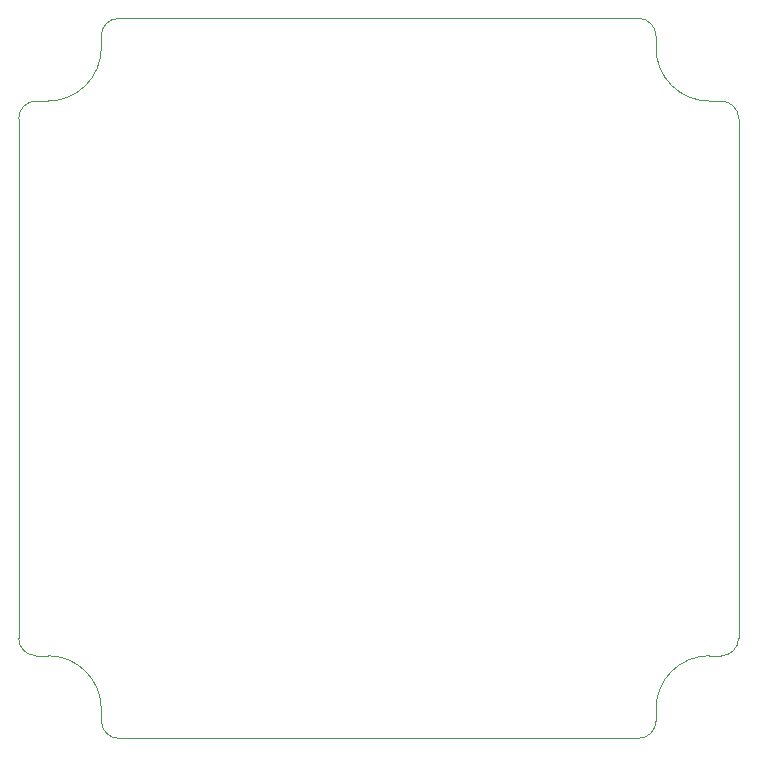
<source format=gbr>
%TF.GenerationSoftware,KiCad,Pcbnew,7.0.2-0*%
%TF.CreationDate,2024-10-30T20:33:58-04:00*%
%TF.ProjectId,2sliders,32736c69-6465-4727-932e-6b696361645f,rev?*%
%TF.SameCoordinates,Original*%
%TF.FileFunction,Profile,NP*%
%FSLAX46Y46*%
G04 Gerber Fmt 4.6, Leading zero omitted, Abs format (unit mm)*
G04 Created by KiCad (PCBNEW 7.0.2-0) date 2024-10-30 20:33:58*
%MOMM*%
%LPD*%
G01*
G04 APERTURE LIST*
%TA.AperFunction,Profile*%
%ADD10C,0.100000*%
%TD*%
G04 APERTURE END LIST*
D10*
X7000000Y2480000D02*
X7000000Y1480000D01*
X7000000Y2480000D02*
G75*
G03*
X2480000Y7000000I-4520000J0D01*
G01*
X59480000Y7000000D02*
G75*
G03*
X60960000Y8480000I0J1480000D01*
G01*
X1480000Y53960000D02*
G75*
G03*
X0Y52480000I0J-1480000D01*
G01*
X53960000Y58480000D02*
X53960000Y59480000D01*
X0Y52480000D02*
X0Y8480000D01*
X60960000Y52480000D02*
G75*
G03*
X59480000Y53960000I-1480000J0D01*
G01*
X0Y8480000D02*
G75*
G03*
X1480000Y7000000I1480000J0D01*
G01*
X53960000Y59480000D02*
G75*
G03*
X52480000Y60960000I-1480000J0D01*
G01*
X52480000Y0D02*
G75*
G03*
X53960000Y1480000I0J1480000D01*
G01*
X53960000Y1480000D02*
X53960000Y2480000D01*
X2480000Y53960000D02*
G75*
G03*
X7000000Y58480000I0J4520000D01*
G01*
X60960000Y8480000D02*
X60960000Y52480000D01*
X53960000Y58480000D02*
G75*
G03*
X58480000Y53960000I4520000J0D01*
G01*
X59480000Y53960000D02*
X58480000Y53960000D01*
X2480000Y53960000D02*
X1480000Y53960000D01*
X8480000Y0D02*
X52480000Y0D01*
X58480000Y7000000D02*
G75*
G03*
X53960000Y2480000I0J-4520000D01*
G01*
X7000000Y59480000D02*
X7000000Y58480000D01*
X1480000Y7000000D02*
X2480000Y7000000D01*
X8480000Y60960000D02*
G75*
G03*
X7000000Y59480000I0J-1480000D01*
G01*
X58480000Y7000000D02*
X59480000Y7000000D01*
X52480000Y60960000D02*
X8480000Y60960000D01*
X7000000Y1480000D02*
G75*
G03*
X8480000Y0I1480000J0D01*
G01*
M02*

</source>
